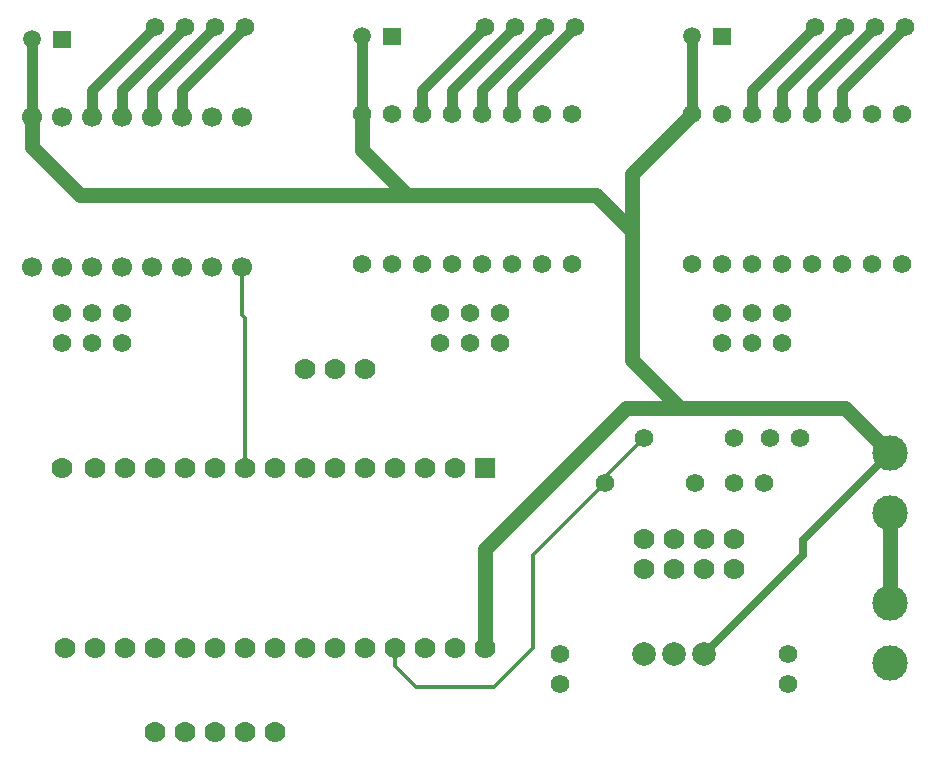
<source format=gbl>
G04 Layer: BottomLayer*
G04 EasyEDA v6.3.22, 2020-02-29T13:15:50--6:00*
G04 7e361a66f70b42a58be88cf598946bd6,aa4253c5fc2745a6ae017adeef99ad3f,10*
G04 Gerber Generator version 0.2*
G04 Scale: 100 percent, Rotated: No, Reflected: No *
G04 Dimensions in millimeters *
G04 leading zeros omitted , absolute positions ,3 integer and 3 decimal *
%FSLAX33Y33*%
%MOMM*%
G90*
G71D02*

%ADD12C,0.299999*%
%ADD13C,0.699999*%
%ADD14C,1.569997*%
%ADD15C,1.569999*%
%ADD16C,1.778000*%
%ADD17C,1.699997*%
%ADD18R,1.778000X1.778000*%
%ADD19C,1.499997*%
%ADD21C,2.999994*%
%ADD22C,1.999996*%
%ADD23C,0.899998*%
%ADD24C,1.299997*%

%LPD*%
G54D23*
G01X19558Y55118D02*
G01X19558Y57404D01*
G01X24892Y62738D01*
G01X39878Y55372D02*
G01X39878Y57404D01*
G01X45212Y62738D01*
G01X42418Y55372D02*
G01X42418Y57404D01*
G01X47752Y62738D01*
G01X44958Y55372D02*
G01X44958Y57404D01*
G01X50292Y62738D01*
G01X47498Y55372D02*
G01X47498Y57404D01*
G01X52832Y62738D01*
G01X67818Y55372D02*
G01X67818Y57404D01*
G01X73152Y62738D01*
G01X70358Y55372D02*
G01X70358Y57404D01*
G01X75692Y62738D01*
G01X72898Y55372D02*
G01X72898Y57404D01*
G01X78232Y62738D01*
G01X75438Y55372D02*
G01X75438Y57404D01*
G01X80772Y62738D01*
G01X6858Y55118D02*
G01X6858Y61722D01*
G01X34798Y55372D02*
G01X34798Y61976D01*
G01X62738Y55372D02*
G01X62738Y61976D01*
G01X17018Y55118D02*
G01X17018Y57404D01*
G01X22352Y62738D01*
G01X14478Y55118D02*
G01X14478Y57404D01*
G01X19812Y62738D01*
G01X11938Y55118D02*
G01X11938Y57404D01*
G01X17272Y62738D01*
G54D24*
G01X6858Y55118D02*
G01X6858Y52578D01*
G01X10922Y48514D01*
G01X54610Y48514D01*
G01X57658Y45466D01*
G01X57658Y34544D01*
G01X61722Y30480D01*
G01X75692Y30480D01*
G01X79502Y26670D01*
G01X34798Y55372D02*
G01X34798Y52332D01*
G01X38616Y48514D01*
G01X57658Y45466D02*
G01X57658Y50292D01*
G01X62738Y55372D01*
G01X79502Y21590D02*
G01X79502Y13970D01*
G01X45212Y10160D02*
G01X45212Y18542D01*
G01X57150Y30480D01*
G01X61722Y30480D01*
G54D13*
G01X63754Y9652D02*
G01X72136Y18034D01*
G01X72136Y19304D01*
G01X79502Y26670D01*
G54D12*
G01X24892Y25400D02*
G01X24892Y38100D01*
G01X24638Y38354D01*
G01X24638Y42418D01*
G01X37592Y10160D02*
G01X37592Y8636D01*
G01X39370Y6858D01*
G01X45974Y6858D01*
G01X49276Y10160D01*
G01X49276Y18034D01*
G01X55372Y24130D01*
G01X55372Y24130D02*
G01X55372Y24638D01*
G01X58674Y27940D01*
G54D14*
G01X73152Y62738D03*
G01X75692Y62738D03*
G01X78232Y62738D03*
G01X80772Y62738D03*
G01X45212Y62738D03*
G01X47752Y62738D03*
G01X50292Y62738D03*
G01X52832Y62738D03*
G54D15*
G01X17272Y62738D03*
G01X19812Y62738D03*
G01X22352Y62738D03*
G54D14*
G01X24892Y62738D03*
G54D15*
G01X9398Y38521D03*
G01X11938Y38521D03*
G01X14478Y38521D03*
G01X9398Y35981D03*
G01X11938Y35981D03*
G01X14478Y35981D03*
G01X41402Y38521D03*
G01X43942Y38521D03*
G01X46482Y38521D03*
G01X41402Y35981D03*
G01X43942Y35981D03*
G01X46482Y35981D03*
G01X65278Y38521D03*
G01X67818Y38521D03*
G01X70358Y38521D03*
G01X65278Y35981D03*
G01X67818Y35981D03*
G01X70358Y35981D03*
G54D16*
G01X27432Y3048D03*
G01X24892Y3048D03*
G01X22352Y3048D03*
G01X19812Y3048D03*
G01X17272Y3048D03*
G01X35052Y33827D03*
G01X32512Y33827D03*
G01X29972Y33827D03*
G01X66294Y16855D03*
G01X63754Y16855D03*
G01X61214Y16855D03*
G01X58674Y16855D03*
G01X66294Y19395D03*
G01X63754Y19395D03*
G01X61214Y19395D03*
G01X58674Y19395D03*
G54D15*
G01X66294Y24130D03*
G01X68834Y24130D03*
G01X69342Y27940D03*
G01X71882Y27940D03*
G01X51562Y9652D03*
G01X51562Y7112D03*
G01X70866Y9652D03*
G01X70866Y7112D03*
G54D17*
G01X11938Y55118D03*
G01X9398Y55118D03*
G01X6858Y55118D03*
G01X14478Y55118D03*
G01X17018Y55118D03*
G01X19558Y55118D03*
G01X22098Y55118D03*
G01X24638Y55118D03*
G01X24638Y42418D03*
G01X22098Y42418D03*
G01X19558Y42418D03*
G01X17018Y42418D03*
G01X14478Y42418D03*
G01X11938Y42418D03*
G01X9398Y42418D03*
G01X6858Y42418D03*
G54D18*
G01X45212Y25400D03*
G54D16*
G01X42672Y25400D03*
G01X40132Y25400D03*
G01X37592Y25400D03*
G01X35052Y25400D03*
G01X32512Y25400D03*
G01X29972Y25400D03*
G01X27432Y25400D03*
G01X24892Y25400D03*
G01X22352Y25400D03*
G01X19812Y25400D03*
G01X17272Y25400D03*
G01X14732Y25400D03*
G01X12192Y25400D03*
G01X9398Y25400D03*
G01X45212Y10160D03*
G01X42672Y10160D03*
G01X40132Y10160D03*
G01X37592Y10160D03*
G01X35052Y10160D03*
G01X32512Y10160D03*
G01X29972Y10160D03*
G01X27432Y10160D03*
G01X24892Y10160D03*
G01X22352Y10160D03*
G01X19812Y10160D03*
G01X17272Y10160D03*
G01X14732Y10160D03*
G01X12192Y10160D03*
G01X9652Y10160D03*
G54D19*
G01X6858Y61722D03*
G36*
G01X8608Y62471D02*
G01X10106Y62471D01*
G01X10106Y60972D01*
G01X8608Y60972D01*
G01X8608Y62471D01*
G37*
G54D15*
G01X39878Y55372D03*
G01X37338Y55372D03*
G01X34798Y55372D03*
G01X42418Y55372D03*
G01X44958Y55372D03*
G01X47498Y55372D03*
G01X50038Y55372D03*
G01X52578Y55372D03*
G01X52578Y42672D03*
G01X50038Y42672D03*
G01X47498Y42672D03*
G01X44958Y42672D03*
G01X42418Y42672D03*
G01X39878Y42672D03*
G01X37338Y42672D03*
G01X34798Y42672D03*
G54D19*
G01X34798Y61976D03*
G36*
G01X36548Y62725D02*
G01X38046Y62725D01*
G01X38046Y61226D01*
G01X36548Y61226D01*
G01X36548Y62725D01*
G37*
G54D15*
G01X67818Y55372D03*
G01X65278Y55372D03*
G01X62738Y55372D03*
G01X70358Y55372D03*
G01X72898Y55372D03*
G01X75438Y55372D03*
G01X77978Y55372D03*
G01X80518Y55372D03*
G01X80518Y42672D03*
G01X77978Y42672D03*
G01X75438Y42672D03*
G01X72898Y42672D03*
G01X70358Y42672D03*
G01X67818Y42672D03*
G01X65278Y42672D03*
G01X62738Y42672D03*
G54D19*
G01X62738Y61976D03*
G36*
G01X64488Y62725D02*
G01X65986Y62725D01*
G01X65986Y61226D01*
G01X64488Y61226D01*
G01X64488Y62725D01*
G37*
G54D21*
G01X79502Y13970D03*
G01X79502Y8890D03*
G54D22*
G01X63754Y9652D03*
G01X61214Y9652D03*
G01X58674Y9652D03*
G54D15*
G01X58674Y27940D03*
G01X66294Y27940D03*
G01X55372Y24130D03*
G01X62992Y24130D03*
G54D21*
G01X79502Y26670D03*
G01X79502Y21590D03*
M00*
M02*

</source>
